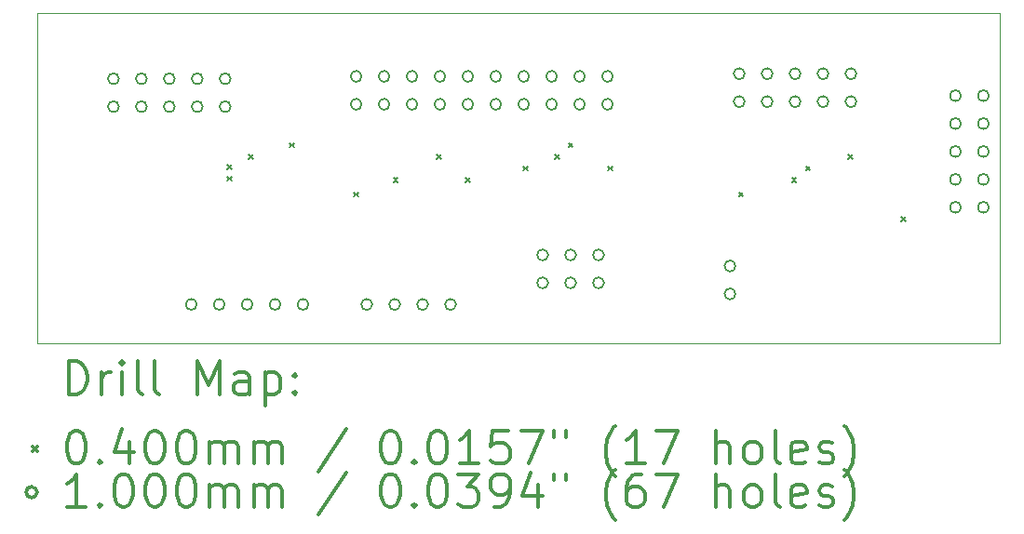
<source format=gbr>
%FSLAX45Y45*%
G04 Gerber Fmt 4.5, Leading zero omitted, Abs format (unit mm)*
G04 Created by KiCad (PCBNEW (5.1.10)-1) date 2022-05-07 20:41:18*
%MOMM*%
%LPD*%
G01*
G04 APERTURE LIST*
%TA.AperFunction,Profile*%
%ADD10C,0.050000*%
%TD*%
%ADD11C,0.200000*%
%ADD12C,0.300000*%
G04 APERTURE END LIST*
D10*
X16150000Y-4000000D02*
X7400000Y-4000000D01*
X7400000Y-7000000D02*
X16150000Y-7000000D01*
X16150000Y-5250000D02*
X16150000Y-7000000D01*
X16150000Y-5250000D02*
X16150000Y-4000000D01*
X7400000Y-4000000D02*
X7400000Y-7000000D01*
D11*
X9130000Y-5380000D02*
X9170000Y-5420000D01*
X9170000Y-5380000D02*
X9130000Y-5420000D01*
X9130000Y-5485400D02*
X9170000Y-5525400D01*
X9170000Y-5485400D02*
X9130000Y-5525400D01*
X9324600Y-5285400D02*
X9364600Y-5325400D01*
X9364600Y-5285400D02*
X9324600Y-5325400D01*
X9692000Y-5180000D02*
X9732000Y-5220000D01*
X9732000Y-5180000D02*
X9692000Y-5220000D01*
X10280000Y-5630000D02*
X10320000Y-5670000D01*
X10320000Y-5630000D02*
X10280000Y-5670000D01*
X10638799Y-5496201D02*
X10678799Y-5536201D01*
X10678799Y-5496201D02*
X10638799Y-5536201D01*
X11035400Y-5285400D02*
X11075400Y-5325400D01*
X11075400Y-5285400D02*
X11035400Y-5325400D01*
X11296201Y-5496201D02*
X11336201Y-5536201D01*
X11336201Y-5496201D02*
X11296201Y-5536201D01*
X11819199Y-5390801D02*
X11859199Y-5430801D01*
X11859199Y-5390801D02*
X11819199Y-5430801D01*
X12105400Y-5285400D02*
X12145400Y-5325400D01*
X12145400Y-5285400D02*
X12105400Y-5325400D01*
X12230000Y-5180000D02*
X12270000Y-5220000D01*
X12270000Y-5180000D02*
X12230000Y-5220000D01*
X12590801Y-5390801D02*
X12630801Y-5430801D01*
X12630801Y-5390801D02*
X12590801Y-5430801D01*
X13780000Y-5630000D02*
X13820000Y-5670000D01*
X13820000Y-5630000D02*
X13780000Y-5670000D01*
X14263799Y-5496201D02*
X14303799Y-5536201D01*
X14303799Y-5496201D02*
X14263799Y-5536201D01*
X14390801Y-5390801D02*
X14430801Y-5430801D01*
X14430801Y-5390801D02*
X14390801Y-5430801D01*
X14774600Y-5285400D02*
X14814600Y-5325400D01*
X14814600Y-5285400D02*
X14774600Y-5325400D01*
X15255000Y-5855000D02*
X15295000Y-5895000D01*
X15295000Y-5855000D02*
X15255000Y-5895000D01*
X8142000Y-4596000D02*
G75*
G03*
X8142000Y-4596000I-50000J0D01*
G01*
X8142000Y-4850000D02*
G75*
G03*
X8142000Y-4850000I-50000J0D01*
G01*
X8396000Y-4596000D02*
G75*
G03*
X8396000Y-4596000I-50000J0D01*
G01*
X8396000Y-4850000D02*
G75*
G03*
X8396000Y-4850000I-50000J0D01*
G01*
X8650000Y-4596000D02*
G75*
G03*
X8650000Y-4596000I-50000J0D01*
G01*
X8650000Y-4850000D02*
G75*
G03*
X8650000Y-4850000I-50000J0D01*
G01*
X8850000Y-6650000D02*
G75*
G03*
X8850000Y-6650000I-50000J0D01*
G01*
X8904000Y-4596000D02*
G75*
G03*
X8904000Y-4596000I-50000J0D01*
G01*
X8904000Y-4850000D02*
G75*
G03*
X8904000Y-4850000I-50000J0D01*
G01*
X9104000Y-6650000D02*
G75*
G03*
X9104000Y-6650000I-50000J0D01*
G01*
X9158000Y-4596000D02*
G75*
G03*
X9158000Y-4596000I-50000J0D01*
G01*
X9158000Y-4850000D02*
G75*
G03*
X9158000Y-4850000I-50000J0D01*
G01*
X9358000Y-6650000D02*
G75*
G03*
X9358000Y-6650000I-50000J0D01*
G01*
X9612000Y-6650000D02*
G75*
G03*
X9612000Y-6650000I-50000J0D01*
G01*
X9866000Y-6650000D02*
G75*
G03*
X9866000Y-6650000I-50000J0D01*
G01*
X10350000Y-4574000D02*
G75*
G03*
X10350000Y-4574000I-50000J0D01*
G01*
X10350000Y-4828000D02*
G75*
G03*
X10350000Y-4828000I-50000J0D01*
G01*
X10446000Y-6650000D02*
G75*
G03*
X10446000Y-6650000I-50000J0D01*
G01*
X10604000Y-4574000D02*
G75*
G03*
X10604000Y-4574000I-50000J0D01*
G01*
X10604000Y-4828000D02*
G75*
G03*
X10604000Y-4828000I-50000J0D01*
G01*
X10700000Y-6650000D02*
G75*
G03*
X10700000Y-6650000I-50000J0D01*
G01*
X10858000Y-4574000D02*
G75*
G03*
X10858000Y-4574000I-50000J0D01*
G01*
X10858000Y-4828000D02*
G75*
G03*
X10858000Y-4828000I-50000J0D01*
G01*
X10954000Y-6650000D02*
G75*
G03*
X10954000Y-6650000I-50000J0D01*
G01*
X11112000Y-4574000D02*
G75*
G03*
X11112000Y-4574000I-50000J0D01*
G01*
X11112000Y-4828000D02*
G75*
G03*
X11112000Y-4828000I-50000J0D01*
G01*
X11208000Y-6650000D02*
G75*
G03*
X11208000Y-6650000I-50000J0D01*
G01*
X11366000Y-4574000D02*
G75*
G03*
X11366000Y-4574000I-50000J0D01*
G01*
X11366000Y-4828000D02*
G75*
G03*
X11366000Y-4828000I-50000J0D01*
G01*
X11620000Y-4574000D02*
G75*
G03*
X11620000Y-4574000I-50000J0D01*
G01*
X11620000Y-4828000D02*
G75*
G03*
X11620000Y-4828000I-50000J0D01*
G01*
X11874000Y-4574000D02*
G75*
G03*
X11874000Y-4574000I-50000J0D01*
G01*
X11874000Y-4828000D02*
G75*
G03*
X11874000Y-4828000I-50000J0D01*
G01*
X12046000Y-6200000D02*
G75*
G03*
X12046000Y-6200000I-50000J0D01*
G01*
X12046000Y-6454000D02*
G75*
G03*
X12046000Y-6454000I-50000J0D01*
G01*
X12128000Y-4574000D02*
G75*
G03*
X12128000Y-4574000I-50000J0D01*
G01*
X12128000Y-4828000D02*
G75*
G03*
X12128000Y-4828000I-50000J0D01*
G01*
X12300000Y-6200000D02*
G75*
G03*
X12300000Y-6200000I-50000J0D01*
G01*
X12300000Y-6454000D02*
G75*
G03*
X12300000Y-6454000I-50000J0D01*
G01*
X12382000Y-4574000D02*
G75*
G03*
X12382000Y-4574000I-50000J0D01*
G01*
X12382000Y-4828000D02*
G75*
G03*
X12382000Y-4828000I-50000J0D01*
G01*
X12554000Y-6200000D02*
G75*
G03*
X12554000Y-6200000I-50000J0D01*
G01*
X12554000Y-6454000D02*
G75*
G03*
X12554000Y-6454000I-50000J0D01*
G01*
X12636000Y-4574000D02*
G75*
G03*
X12636000Y-4574000I-50000J0D01*
G01*
X12636000Y-4828000D02*
G75*
G03*
X12636000Y-4828000I-50000J0D01*
G01*
X13750000Y-6300000D02*
G75*
G03*
X13750000Y-6300000I-50000J0D01*
G01*
X13750000Y-6554000D02*
G75*
G03*
X13750000Y-6554000I-50000J0D01*
G01*
X13834000Y-4550000D02*
G75*
G03*
X13834000Y-4550000I-50000J0D01*
G01*
X13834000Y-4804000D02*
G75*
G03*
X13834000Y-4804000I-50000J0D01*
G01*
X14088000Y-4550000D02*
G75*
G03*
X14088000Y-4550000I-50000J0D01*
G01*
X14088000Y-4804000D02*
G75*
G03*
X14088000Y-4804000I-50000J0D01*
G01*
X14342000Y-4550000D02*
G75*
G03*
X14342000Y-4550000I-50000J0D01*
G01*
X14342000Y-4804000D02*
G75*
G03*
X14342000Y-4804000I-50000J0D01*
G01*
X14596000Y-4550000D02*
G75*
G03*
X14596000Y-4550000I-50000J0D01*
G01*
X14596000Y-4804000D02*
G75*
G03*
X14596000Y-4804000I-50000J0D01*
G01*
X14850000Y-4550000D02*
G75*
G03*
X14850000Y-4550000I-50000J0D01*
G01*
X14850000Y-4804000D02*
G75*
G03*
X14850000Y-4804000I-50000J0D01*
G01*
X15800000Y-4750000D02*
G75*
G03*
X15800000Y-4750000I-50000J0D01*
G01*
X15800000Y-5004000D02*
G75*
G03*
X15800000Y-5004000I-50000J0D01*
G01*
X15800000Y-5258000D02*
G75*
G03*
X15800000Y-5258000I-50000J0D01*
G01*
X15800000Y-5512000D02*
G75*
G03*
X15800000Y-5512000I-50000J0D01*
G01*
X15800000Y-5766000D02*
G75*
G03*
X15800000Y-5766000I-50000J0D01*
G01*
X16054000Y-4750000D02*
G75*
G03*
X16054000Y-4750000I-50000J0D01*
G01*
X16054000Y-5004000D02*
G75*
G03*
X16054000Y-5004000I-50000J0D01*
G01*
X16054000Y-5258000D02*
G75*
G03*
X16054000Y-5258000I-50000J0D01*
G01*
X16054000Y-5512000D02*
G75*
G03*
X16054000Y-5512000I-50000J0D01*
G01*
X16054000Y-5766000D02*
G75*
G03*
X16054000Y-5766000I-50000J0D01*
G01*
D12*
X7683928Y-7468214D02*
X7683928Y-7168214D01*
X7755357Y-7168214D01*
X7798214Y-7182500D01*
X7826786Y-7211071D01*
X7841071Y-7239643D01*
X7855357Y-7296786D01*
X7855357Y-7339643D01*
X7841071Y-7396786D01*
X7826786Y-7425357D01*
X7798214Y-7453929D01*
X7755357Y-7468214D01*
X7683928Y-7468214D01*
X7983928Y-7468214D02*
X7983928Y-7268214D01*
X7983928Y-7325357D02*
X7998214Y-7296786D01*
X8012500Y-7282500D01*
X8041071Y-7268214D01*
X8069643Y-7268214D01*
X8169643Y-7468214D02*
X8169643Y-7268214D01*
X8169643Y-7168214D02*
X8155357Y-7182500D01*
X8169643Y-7196786D01*
X8183928Y-7182500D01*
X8169643Y-7168214D01*
X8169643Y-7196786D01*
X8355357Y-7468214D02*
X8326786Y-7453929D01*
X8312500Y-7425357D01*
X8312500Y-7168214D01*
X8512500Y-7468214D02*
X8483928Y-7453929D01*
X8469643Y-7425357D01*
X8469643Y-7168214D01*
X8855357Y-7468214D02*
X8855357Y-7168214D01*
X8955357Y-7382500D01*
X9055357Y-7168214D01*
X9055357Y-7468214D01*
X9326786Y-7468214D02*
X9326786Y-7311071D01*
X9312500Y-7282500D01*
X9283928Y-7268214D01*
X9226786Y-7268214D01*
X9198214Y-7282500D01*
X9326786Y-7453929D02*
X9298214Y-7468214D01*
X9226786Y-7468214D01*
X9198214Y-7453929D01*
X9183928Y-7425357D01*
X9183928Y-7396786D01*
X9198214Y-7368214D01*
X9226786Y-7353929D01*
X9298214Y-7353929D01*
X9326786Y-7339643D01*
X9469643Y-7268214D02*
X9469643Y-7568214D01*
X9469643Y-7282500D02*
X9498214Y-7268214D01*
X9555357Y-7268214D01*
X9583928Y-7282500D01*
X9598214Y-7296786D01*
X9612500Y-7325357D01*
X9612500Y-7411071D01*
X9598214Y-7439643D01*
X9583928Y-7453929D01*
X9555357Y-7468214D01*
X9498214Y-7468214D01*
X9469643Y-7453929D01*
X9741071Y-7439643D02*
X9755357Y-7453929D01*
X9741071Y-7468214D01*
X9726786Y-7453929D01*
X9741071Y-7439643D01*
X9741071Y-7468214D01*
X9741071Y-7282500D02*
X9755357Y-7296786D01*
X9741071Y-7311071D01*
X9726786Y-7296786D01*
X9741071Y-7282500D01*
X9741071Y-7311071D01*
X7357500Y-7942500D02*
X7397500Y-7982500D01*
X7397500Y-7942500D02*
X7357500Y-7982500D01*
X7741071Y-7798214D02*
X7769643Y-7798214D01*
X7798214Y-7812500D01*
X7812500Y-7826786D01*
X7826786Y-7855357D01*
X7841071Y-7912500D01*
X7841071Y-7983929D01*
X7826786Y-8041071D01*
X7812500Y-8069643D01*
X7798214Y-8083929D01*
X7769643Y-8098214D01*
X7741071Y-8098214D01*
X7712500Y-8083929D01*
X7698214Y-8069643D01*
X7683928Y-8041071D01*
X7669643Y-7983929D01*
X7669643Y-7912500D01*
X7683928Y-7855357D01*
X7698214Y-7826786D01*
X7712500Y-7812500D01*
X7741071Y-7798214D01*
X7969643Y-8069643D02*
X7983928Y-8083929D01*
X7969643Y-8098214D01*
X7955357Y-8083929D01*
X7969643Y-8069643D01*
X7969643Y-8098214D01*
X8241071Y-7898214D02*
X8241071Y-8098214D01*
X8169643Y-7783929D02*
X8098214Y-7998214D01*
X8283928Y-7998214D01*
X8455357Y-7798214D02*
X8483928Y-7798214D01*
X8512500Y-7812500D01*
X8526786Y-7826786D01*
X8541071Y-7855357D01*
X8555357Y-7912500D01*
X8555357Y-7983929D01*
X8541071Y-8041071D01*
X8526786Y-8069643D01*
X8512500Y-8083929D01*
X8483928Y-8098214D01*
X8455357Y-8098214D01*
X8426786Y-8083929D01*
X8412500Y-8069643D01*
X8398214Y-8041071D01*
X8383928Y-7983929D01*
X8383928Y-7912500D01*
X8398214Y-7855357D01*
X8412500Y-7826786D01*
X8426786Y-7812500D01*
X8455357Y-7798214D01*
X8741071Y-7798214D02*
X8769643Y-7798214D01*
X8798214Y-7812500D01*
X8812500Y-7826786D01*
X8826786Y-7855357D01*
X8841071Y-7912500D01*
X8841071Y-7983929D01*
X8826786Y-8041071D01*
X8812500Y-8069643D01*
X8798214Y-8083929D01*
X8769643Y-8098214D01*
X8741071Y-8098214D01*
X8712500Y-8083929D01*
X8698214Y-8069643D01*
X8683928Y-8041071D01*
X8669643Y-7983929D01*
X8669643Y-7912500D01*
X8683928Y-7855357D01*
X8698214Y-7826786D01*
X8712500Y-7812500D01*
X8741071Y-7798214D01*
X8969643Y-8098214D02*
X8969643Y-7898214D01*
X8969643Y-7926786D02*
X8983928Y-7912500D01*
X9012500Y-7898214D01*
X9055357Y-7898214D01*
X9083928Y-7912500D01*
X9098214Y-7941071D01*
X9098214Y-8098214D01*
X9098214Y-7941071D02*
X9112500Y-7912500D01*
X9141071Y-7898214D01*
X9183928Y-7898214D01*
X9212500Y-7912500D01*
X9226786Y-7941071D01*
X9226786Y-8098214D01*
X9369643Y-8098214D02*
X9369643Y-7898214D01*
X9369643Y-7926786D02*
X9383928Y-7912500D01*
X9412500Y-7898214D01*
X9455357Y-7898214D01*
X9483928Y-7912500D01*
X9498214Y-7941071D01*
X9498214Y-8098214D01*
X9498214Y-7941071D02*
X9512500Y-7912500D01*
X9541071Y-7898214D01*
X9583928Y-7898214D01*
X9612500Y-7912500D01*
X9626786Y-7941071D01*
X9626786Y-8098214D01*
X10212500Y-7783929D02*
X9955357Y-8169643D01*
X10598214Y-7798214D02*
X10626786Y-7798214D01*
X10655357Y-7812500D01*
X10669643Y-7826786D01*
X10683928Y-7855357D01*
X10698214Y-7912500D01*
X10698214Y-7983929D01*
X10683928Y-8041071D01*
X10669643Y-8069643D01*
X10655357Y-8083929D01*
X10626786Y-8098214D01*
X10598214Y-8098214D01*
X10569643Y-8083929D01*
X10555357Y-8069643D01*
X10541071Y-8041071D01*
X10526786Y-7983929D01*
X10526786Y-7912500D01*
X10541071Y-7855357D01*
X10555357Y-7826786D01*
X10569643Y-7812500D01*
X10598214Y-7798214D01*
X10826786Y-8069643D02*
X10841071Y-8083929D01*
X10826786Y-8098214D01*
X10812500Y-8083929D01*
X10826786Y-8069643D01*
X10826786Y-8098214D01*
X11026786Y-7798214D02*
X11055357Y-7798214D01*
X11083928Y-7812500D01*
X11098214Y-7826786D01*
X11112500Y-7855357D01*
X11126786Y-7912500D01*
X11126786Y-7983929D01*
X11112500Y-8041071D01*
X11098214Y-8069643D01*
X11083928Y-8083929D01*
X11055357Y-8098214D01*
X11026786Y-8098214D01*
X10998214Y-8083929D01*
X10983928Y-8069643D01*
X10969643Y-8041071D01*
X10955357Y-7983929D01*
X10955357Y-7912500D01*
X10969643Y-7855357D01*
X10983928Y-7826786D01*
X10998214Y-7812500D01*
X11026786Y-7798214D01*
X11412500Y-8098214D02*
X11241071Y-8098214D01*
X11326786Y-8098214D02*
X11326786Y-7798214D01*
X11298214Y-7841071D01*
X11269643Y-7869643D01*
X11241071Y-7883929D01*
X11683928Y-7798214D02*
X11541071Y-7798214D01*
X11526786Y-7941071D01*
X11541071Y-7926786D01*
X11569643Y-7912500D01*
X11641071Y-7912500D01*
X11669643Y-7926786D01*
X11683928Y-7941071D01*
X11698214Y-7969643D01*
X11698214Y-8041071D01*
X11683928Y-8069643D01*
X11669643Y-8083929D01*
X11641071Y-8098214D01*
X11569643Y-8098214D01*
X11541071Y-8083929D01*
X11526786Y-8069643D01*
X11798214Y-7798214D02*
X11998214Y-7798214D01*
X11869643Y-8098214D01*
X12098214Y-7798214D02*
X12098214Y-7855357D01*
X12212500Y-7798214D02*
X12212500Y-7855357D01*
X12655357Y-8212500D02*
X12641071Y-8198214D01*
X12612500Y-8155357D01*
X12598214Y-8126786D01*
X12583928Y-8083929D01*
X12569643Y-8012500D01*
X12569643Y-7955357D01*
X12583928Y-7883929D01*
X12598214Y-7841071D01*
X12612500Y-7812500D01*
X12641071Y-7769643D01*
X12655357Y-7755357D01*
X12926786Y-8098214D02*
X12755357Y-8098214D01*
X12841071Y-8098214D02*
X12841071Y-7798214D01*
X12812500Y-7841071D01*
X12783928Y-7869643D01*
X12755357Y-7883929D01*
X13026786Y-7798214D02*
X13226786Y-7798214D01*
X13098214Y-8098214D01*
X13569643Y-8098214D02*
X13569643Y-7798214D01*
X13698214Y-8098214D02*
X13698214Y-7941071D01*
X13683928Y-7912500D01*
X13655357Y-7898214D01*
X13612500Y-7898214D01*
X13583928Y-7912500D01*
X13569643Y-7926786D01*
X13883928Y-8098214D02*
X13855357Y-8083929D01*
X13841071Y-8069643D01*
X13826786Y-8041071D01*
X13826786Y-7955357D01*
X13841071Y-7926786D01*
X13855357Y-7912500D01*
X13883928Y-7898214D01*
X13926786Y-7898214D01*
X13955357Y-7912500D01*
X13969643Y-7926786D01*
X13983928Y-7955357D01*
X13983928Y-8041071D01*
X13969643Y-8069643D01*
X13955357Y-8083929D01*
X13926786Y-8098214D01*
X13883928Y-8098214D01*
X14155357Y-8098214D02*
X14126786Y-8083929D01*
X14112500Y-8055357D01*
X14112500Y-7798214D01*
X14383928Y-8083929D02*
X14355357Y-8098214D01*
X14298214Y-8098214D01*
X14269643Y-8083929D01*
X14255357Y-8055357D01*
X14255357Y-7941071D01*
X14269643Y-7912500D01*
X14298214Y-7898214D01*
X14355357Y-7898214D01*
X14383928Y-7912500D01*
X14398214Y-7941071D01*
X14398214Y-7969643D01*
X14255357Y-7998214D01*
X14512500Y-8083929D02*
X14541071Y-8098214D01*
X14598214Y-8098214D01*
X14626786Y-8083929D01*
X14641071Y-8055357D01*
X14641071Y-8041071D01*
X14626786Y-8012500D01*
X14598214Y-7998214D01*
X14555357Y-7998214D01*
X14526786Y-7983929D01*
X14512500Y-7955357D01*
X14512500Y-7941071D01*
X14526786Y-7912500D01*
X14555357Y-7898214D01*
X14598214Y-7898214D01*
X14626786Y-7912500D01*
X14741071Y-8212500D02*
X14755357Y-8198214D01*
X14783928Y-8155357D01*
X14798214Y-8126786D01*
X14812500Y-8083929D01*
X14826786Y-8012500D01*
X14826786Y-7955357D01*
X14812500Y-7883929D01*
X14798214Y-7841071D01*
X14783928Y-7812500D01*
X14755357Y-7769643D01*
X14741071Y-7755357D01*
X7397500Y-8358500D02*
G75*
G03*
X7397500Y-8358500I-50000J0D01*
G01*
X7841071Y-8494214D02*
X7669643Y-8494214D01*
X7755357Y-8494214D02*
X7755357Y-8194214D01*
X7726786Y-8237071D01*
X7698214Y-8265643D01*
X7669643Y-8279929D01*
X7969643Y-8465643D02*
X7983928Y-8479929D01*
X7969643Y-8494214D01*
X7955357Y-8479929D01*
X7969643Y-8465643D01*
X7969643Y-8494214D01*
X8169643Y-8194214D02*
X8198214Y-8194214D01*
X8226786Y-8208500D01*
X8241071Y-8222786D01*
X8255357Y-8251357D01*
X8269643Y-8308500D01*
X8269643Y-8379929D01*
X8255357Y-8437072D01*
X8241071Y-8465643D01*
X8226786Y-8479929D01*
X8198214Y-8494214D01*
X8169643Y-8494214D01*
X8141071Y-8479929D01*
X8126786Y-8465643D01*
X8112500Y-8437072D01*
X8098214Y-8379929D01*
X8098214Y-8308500D01*
X8112500Y-8251357D01*
X8126786Y-8222786D01*
X8141071Y-8208500D01*
X8169643Y-8194214D01*
X8455357Y-8194214D02*
X8483928Y-8194214D01*
X8512500Y-8208500D01*
X8526786Y-8222786D01*
X8541071Y-8251357D01*
X8555357Y-8308500D01*
X8555357Y-8379929D01*
X8541071Y-8437072D01*
X8526786Y-8465643D01*
X8512500Y-8479929D01*
X8483928Y-8494214D01*
X8455357Y-8494214D01*
X8426786Y-8479929D01*
X8412500Y-8465643D01*
X8398214Y-8437072D01*
X8383928Y-8379929D01*
X8383928Y-8308500D01*
X8398214Y-8251357D01*
X8412500Y-8222786D01*
X8426786Y-8208500D01*
X8455357Y-8194214D01*
X8741071Y-8194214D02*
X8769643Y-8194214D01*
X8798214Y-8208500D01*
X8812500Y-8222786D01*
X8826786Y-8251357D01*
X8841071Y-8308500D01*
X8841071Y-8379929D01*
X8826786Y-8437072D01*
X8812500Y-8465643D01*
X8798214Y-8479929D01*
X8769643Y-8494214D01*
X8741071Y-8494214D01*
X8712500Y-8479929D01*
X8698214Y-8465643D01*
X8683928Y-8437072D01*
X8669643Y-8379929D01*
X8669643Y-8308500D01*
X8683928Y-8251357D01*
X8698214Y-8222786D01*
X8712500Y-8208500D01*
X8741071Y-8194214D01*
X8969643Y-8494214D02*
X8969643Y-8294214D01*
X8969643Y-8322786D02*
X8983928Y-8308500D01*
X9012500Y-8294214D01*
X9055357Y-8294214D01*
X9083928Y-8308500D01*
X9098214Y-8337071D01*
X9098214Y-8494214D01*
X9098214Y-8337071D02*
X9112500Y-8308500D01*
X9141071Y-8294214D01*
X9183928Y-8294214D01*
X9212500Y-8308500D01*
X9226786Y-8337071D01*
X9226786Y-8494214D01*
X9369643Y-8494214D02*
X9369643Y-8294214D01*
X9369643Y-8322786D02*
X9383928Y-8308500D01*
X9412500Y-8294214D01*
X9455357Y-8294214D01*
X9483928Y-8308500D01*
X9498214Y-8337071D01*
X9498214Y-8494214D01*
X9498214Y-8337071D02*
X9512500Y-8308500D01*
X9541071Y-8294214D01*
X9583928Y-8294214D01*
X9612500Y-8308500D01*
X9626786Y-8337071D01*
X9626786Y-8494214D01*
X10212500Y-8179929D02*
X9955357Y-8565643D01*
X10598214Y-8194214D02*
X10626786Y-8194214D01*
X10655357Y-8208500D01*
X10669643Y-8222786D01*
X10683928Y-8251357D01*
X10698214Y-8308500D01*
X10698214Y-8379929D01*
X10683928Y-8437072D01*
X10669643Y-8465643D01*
X10655357Y-8479929D01*
X10626786Y-8494214D01*
X10598214Y-8494214D01*
X10569643Y-8479929D01*
X10555357Y-8465643D01*
X10541071Y-8437072D01*
X10526786Y-8379929D01*
X10526786Y-8308500D01*
X10541071Y-8251357D01*
X10555357Y-8222786D01*
X10569643Y-8208500D01*
X10598214Y-8194214D01*
X10826786Y-8465643D02*
X10841071Y-8479929D01*
X10826786Y-8494214D01*
X10812500Y-8479929D01*
X10826786Y-8465643D01*
X10826786Y-8494214D01*
X11026786Y-8194214D02*
X11055357Y-8194214D01*
X11083928Y-8208500D01*
X11098214Y-8222786D01*
X11112500Y-8251357D01*
X11126786Y-8308500D01*
X11126786Y-8379929D01*
X11112500Y-8437072D01*
X11098214Y-8465643D01*
X11083928Y-8479929D01*
X11055357Y-8494214D01*
X11026786Y-8494214D01*
X10998214Y-8479929D01*
X10983928Y-8465643D01*
X10969643Y-8437072D01*
X10955357Y-8379929D01*
X10955357Y-8308500D01*
X10969643Y-8251357D01*
X10983928Y-8222786D01*
X10998214Y-8208500D01*
X11026786Y-8194214D01*
X11226786Y-8194214D02*
X11412500Y-8194214D01*
X11312500Y-8308500D01*
X11355357Y-8308500D01*
X11383928Y-8322786D01*
X11398214Y-8337071D01*
X11412500Y-8365643D01*
X11412500Y-8437072D01*
X11398214Y-8465643D01*
X11383928Y-8479929D01*
X11355357Y-8494214D01*
X11269643Y-8494214D01*
X11241071Y-8479929D01*
X11226786Y-8465643D01*
X11555357Y-8494214D02*
X11612500Y-8494214D01*
X11641071Y-8479929D01*
X11655357Y-8465643D01*
X11683928Y-8422786D01*
X11698214Y-8365643D01*
X11698214Y-8251357D01*
X11683928Y-8222786D01*
X11669643Y-8208500D01*
X11641071Y-8194214D01*
X11583928Y-8194214D01*
X11555357Y-8208500D01*
X11541071Y-8222786D01*
X11526786Y-8251357D01*
X11526786Y-8322786D01*
X11541071Y-8351357D01*
X11555357Y-8365643D01*
X11583928Y-8379929D01*
X11641071Y-8379929D01*
X11669643Y-8365643D01*
X11683928Y-8351357D01*
X11698214Y-8322786D01*
X11955357Y-8294214D02*
X11955357Y-8494214D01*
X11883928Y-8179929D02*
X11812500Y-8394214D01*
X11998214Y-8394214D01*
X12098214Y-8194214D02*
X12098214Y-8251357D01*
X12212500Y-8194214D02*
X12212500Y-8251357D01*
X12655357Y-8608500D02*
X12641071Y-8594214D01*
X12612500Y-8551357D01*
X12598214Y-8522786D01*
X12583928Y-8479929D01*
X12569643Y-8408500D01*
X12569643Y-8351357D01*
X12583928Y-8279929D01*
X12598214Y-8237071D01*
X12612500Y-8208500D01*
X12641071Y-8165643D01*
X12655357Y-8151357D01*
X12898214Y-8194214D02*
X12841071Y-8194214D01*
X12812500Y-8208500D01*
X12798214Y-8222786D01*
X12769643Y-8265643D01*
X12755357Y-8322786D01*
X12755357Y-8437072D01*
X12769643Y-8465643D01*
X12783928Y-8479929D01*
X12812500Y-8494214D01*
X12869643Y-8494214D01*
X12898214Y-8479929D01*
X12912500Y-8465643D01*
X12926786Y-8437072D01*
X12926786Y-8365643D01*
X12912500Y-8337071D01*
X12898214Y-8322786D01*
X12869643Y-8308500D01*
X12812500Y-8308500D01*
X12783928Y-8322786D01*
X12769643Y-8337071D01*
X12755357Y-8365643D01*
X13026786Y-8194214D02*
X13226786Y-8194214D01*
X13098214Y-8494214D01*
X13569643Y-8494214D02*
X13569643Y-8194214D01*
X13698214Y-8494214D02*
X13698214Y-8337071D01*
X13683928Y-8308500D01*
X13655357Y-8294214D01*
X13612500Y-8294214D01*
X13583928Y-8308500D01*
X13569643Y-8322786D01*
X13883928Y-8494214D02*
X13855357Y-8479929D01*
X13841071Y-8465643D01*
X13826786Y-8437072D01*
X13826786Y-8351357D01*
X13841071Y-8322786D01*
X13855357Y-8308500D01*
X13883928Y-8294214D01*
X13926786Y-8294214D01*
X13955357Y-8308500D01*
X13969643Y-8322786D01*
X13983928Y-8351357D01*
X13983928Y-8437072D01*
X13969643Y-8465643D01*
X13955357Y-8479929D01*
X13926786Y-8494214D01*
X13883928Y-8494214D01*
X14155357Y-8494214D02*
X14126786Y-8479929D01*
X14112500Y-8451357D01*
X14112500Y-8194214D01*
X14383928Y-8479929D02*
X14355357Y-8494214D01*
X14298214Y-8494214D01*
X14269643Y-8479929D01*
X14255357Y-8451357D01*
X14255357Y-8337071D01*
X14269643Y-8308500D01*
X14298214Y-8294214D01*
X14355357Y-8294214D01*
X14383928Y-8308500D01*
X14398214Y-8337071D01*
X14398214Y-8365643D01*
X14255357Y-8394214D01*
X14512500Y-8479929D02*
X14541071Y-8494214D01*
X14598214Y-8494214D01*
X14626786Y-8479929D01*
X14641071Y-8451357D01*
X14641071Y-8437072D01*
X14626786Y-8408500D01*
X14598214Y-8394214D01*
X14555357Y-8394214D01*
X14526786Y-8379929D01*
X14512500Y-8351357D01*
X14512500Y-8337071D01*
X14526786Y-8308500D01*
X14555357Y-8294214D01*
X14598214Y-8294214D01*
X14626786Y-8308500D01*
X14741071Y-8608500D02*
X14755357Y-8594214D01*
X14783928Y-8551357D01*
X14798214Y-8522786D01*
X14812500Y-8479929D01*
X14826786Y-8408500D01*
X14826786Y-8351357D01*
X14812500Y-8279929D01*
X14798214Y-8237071D01*
X14783928Y-8208500D01*
X14755357Y-8165643D01*
X14741071Y-8151357D01*
M02*

</source>
